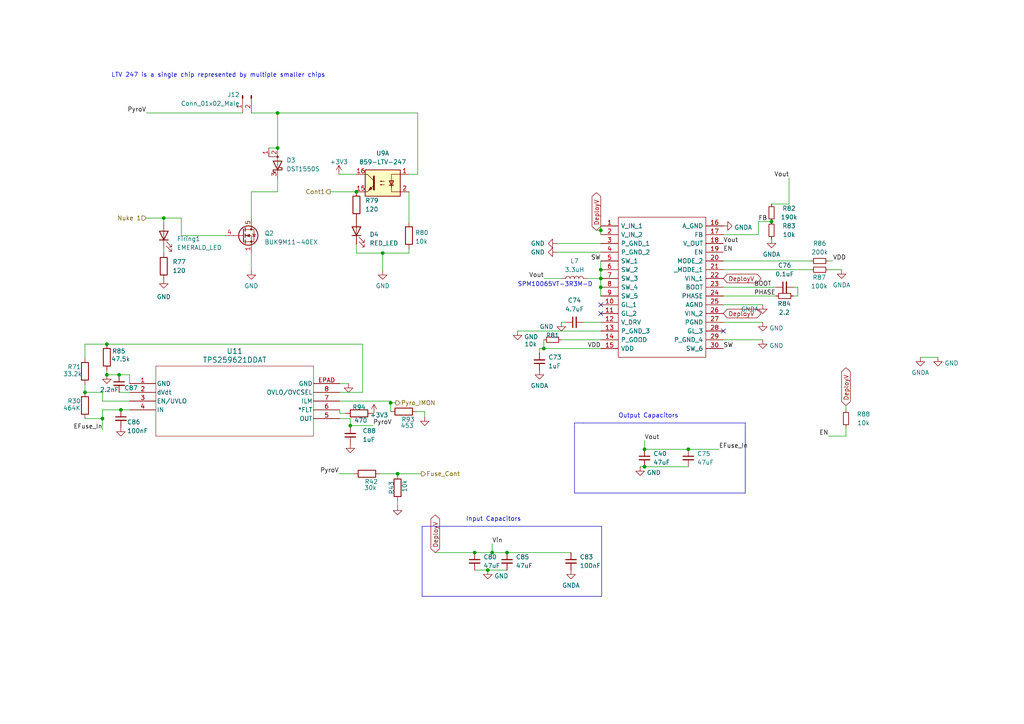
<source format=kicad_sch>
(kicad_sch (version 20231120) (generator "eeschema") (generator_version "8.0")
  (paper "A4")
  (lib_symbols
    (symbol "Connector:Conn_01x02_Male" (pin_names (offset 1.016) hide)
      (property "Reference" "J" (at 0 2.54 0))
      (property "Value" "Conn_01x02_Male" (at 0 -5.08 0))
      (symbol "Conn_01x02_Male_1_1"
        (polyline (pts (xy 1.27 -2.54) (xy 0.8636 -2.54)) (stroke (width 0.1524)))
        (polyline (pts (xy 1.27 0) (xy 0.8636 0)) (stroke (width 0.1524)))
        (rectangle (start 0.8636 -2.413) (end 0 -2.667) (stroke (width 0.1524)) (fill (type outline)))
        (rectangle (start 0.8636 0.127) (end 0 -0.127) (stroke (width 0.1524)) (fill (type outline)))
        (pin passive line (at 5.08 0 180) (length 3.81) (name "Pin_1") (number "1"))
        (pin passive line (at 5.08 -2.54 180) (length 3.81) (name "Pin_2") (number "2"))
      )
    )
    (symbol "Device:C_Small" (pin_numbers hide) (pin_names (offset 0.254) hide)
      (property "Reference" "C" (at 0.254 1.778 0))
      (property "Value" "C_Small" (at 0.254 -2.032 0))
      (symbol "C_Small_0_1"
        (polyline (pts (xy -1.524 -0.508) (xy 1.524 -0.508)) (stroke (width 0.3302)))
        (polyline (pts (xy -1.524 0.508) (xy 1.524 0.508)) (stroke (width 0.3048)))
      )
      (symbol "C_Small_1_1"
        (pin passive line (at 0 2.54 270) (length 2.032) (name "~") (number "1"))
        (pin passive line (at 0 -2.54 90) (length 2.032) (name "~") (number "2"))
      )
    )
    (symbol "Device:D_Schottky_AAK" (pin_names (offset 0) hide)
      (property "Reference" "D" (at 0 2.54 0))
      (property "Value" "D_Schottky_AAK" (at 0 -2.54 0))
      (symbol "D_Schottky_AAK_0_1"
        (polyline (pts (xy 1.27 1.27) (xy 1.27 -1.27) (xy -1.27 0) (xy 1.27 1.27)) (stroke (width 0.254)))
        (polyline (pts (xy 3.81 2.54) (xy 2.54 2.54) (xy 2.54 0) (xy -1.27 0)))
        (polyline (pts (xy -1.905 0.635) (xy -1.905 1.27) (xy -1.27 1.27) (xy -1.27 -1.27) (xy -0.635 -1.27) (xy -0.635 -0.635)) (stroke (width 0.254)))
        (circle (center 2.54 0) (radius 0.254) (fill (type outline)))
      )
      (symbol "D_Schottky_AAK_1_1"
        (pin passive line (at 5.08 2.54 180) (length 2.54) (name "A") (number "1"))
        (pin passive line (at 5.08 0 180) (length 2.54) (name "A") (number "2"))
        (pin passive line (at -3.81 0 0) (length 2.54) (name "K") (number "3"))
      )
    )
    (symbol "Device:L" (pin_numbers hide) (pin_names (offset 1.016) hide)
      (property "Reference" "L" (at -1.27 0 90))
      (property "Value" "L" (at 1.905 0 90))
      (symbol "L_0_1"
        (arc (start 0 -2.54) (mid 0.6323 -1.905) (end 0 -1.27))
        (arc (start 0 -1.27) (mid 0.6323 -0.635) (end 0 0))
        (arc (start 0 0) (mid 0.6323 0.635) (end 0 1.27))
        (arc (start 0 1.27) (mid 0.6323 1.905) (end 0 2.54))
      )
      (symbol "L_1_1"
        (pin passive line (at 0 3.81 270) (length 1.27) (name "1") (number "1"))
        (pin passive line (at 0 -3.81 90) (length 1.27) (name "2") (number "2"))
      )
    )
    (symbol "Device:LED" (pin_numbers hide) (pin_names (offset 1.016) hide)
      (property "Reference" "D" (at 0 2.54 0))
      (property "Value" "LED" (at 0 -2.54 0))
      (symbol "LED_0_1"
        (polyline (pts (xy -1.27 -1.27) (xy -1.27 1.27)) (stroke (width 0.254)))
        (polyline (pts (xy -1.27 0) (xy 1.27 0)))
        (polyline (pts (xy 1.27 -1.27) (xy 1.27 1.27) (xy -1.27 0) (xy 1.27 -1.27)) (stroke (width 0.254)))
        (polyline (pts (xy -3.048 -0.762) (xy -4.572 -2.286) (xy -3.81 -2.286) (xy -4.572 -2.286) (xy -4.572 -1.524)))
        (polyline (pts (xy -1.778 -0.762) (xy -3.302 -2.286) (xy -2.54 -2.286) (xy -3.302 -2.286) (xy -3.302 -1.524)))
      )
      (symbol "LED_1_1"
        (pin passive line (at -3.81 0 0) (length 2.54) (name "K") (number "1"))
        (pin passive line (at 3.81 0 180) (length 2.54) (name "A") (number "2"))
      )
    )
    (symbol "Device:R" (pin_numbers hide) (pin_names (offset 0))
      (property "Reference" "R" (at 2.032 0 90))
      (property "Value" "R" (at 0 0 90))
      (symbol "R_0_1"
        (rectangle (start -1.016 -2.54) (end 1.016 2.54) (stroke (width 0.254)))
      )
      (symbol "R_1_1"
        (pin passive line (at 0 3.81 270) (length 1.27) (name "~") (number "1"))
        (pin passive line (at 0 -3.81 90) (length 1.27) (name "~") (number "2"))
      )
    )
    (symbol "Device:R_Small" (pin_numbers hide) (pin_names (offset 0.254) hide)
      (property "Reference" "R" (at 0.762 0.508 0))
      (property "Value" "R_Small" (at 0.762 -1.016 0))
      (symbol "R_Small_0_1"
        (rectangle (start -0.762 1.778) (end 0.762 -1.778) (stroke (width 0.2032)))
      )
      (symbol "R_Small_1_1"
        (pin passive line (at 0 2.54 270) (length 0.762) (name "~") (number "1"))
        (pin passive line (at 0 -2.54 90) (length 0.762) (name "~") (number "2"))
      )
    )
    (symbol "EFuse:TPS259621DDAT" (pin_names (offset 0.254))
      (property "Reference" "U" (at 30.48 10.16 0))
      (property "Value" "TPS259621DDAT" (at 30.48 7.62 0))
      (symbol "TPS259621DDAT_0_1"
        (polyline (pts (xy 7.62 -15.24) (xy 53.34 -15.24)) (stroke (width 0.127)))
        (polyline (pts (xy 7.62 5.08) (xy 7.62 -15.24)) (stroke (width 0.127)))
        (polyline (pts (xy 53.34 -15.24) (xy 53.34 5.08)) (stroke (width 0.127)))
        (polyline (pts (xy 53.34 5.08) (xy 7.62 5.08)) (stroke (width 0.127)))
        (pin power_out line (at 0 0 0) (length 7.62) (name "GND") (number "1"))
        (pin output line (at 0 -2.54 0) (length 7.62) (name "dVdt") (number "2"))
        (pin input line (at 0 -5.08 0) (length 7.62) (name "EN/UVLO") (number "3"))
        (pin power_in line (at 0 -7.62 0) (length 7.62) (name "IN") (number "4"))
        (pin output line (at 60.96 -10.16 180) (length 7.62) (name "OUT") (number "5"))
        (pin output line (at 60.96 -7.62 180) (length 7.62) (name "*FLT") (number "6"))
        (pin output line (at 60.96 -5.08 180) (length 7.62) (name "ILM") (number "7"))
        (pin input line (at 60.96 -2.54 180) (length 7.62) (name "OVLO/OVCSEL") (number "8"))
        (pin power_out line (at 60.96 0 180) (length 7.62) (name "GND") (number "EPAD"))
      )
    )
    (symbol "Isolator:LTV-247"
      (property "Reference" "U" (at -5.08 5.08 0))
      (property "Value" "LTV-247" (at 0 5.08 0))
      (symbol "LTV-247_0_1"
        (rectangle (start -5.08 3.81) (end 5.08 -3.81) (stroke (width 0.254)) (fill (type background)))
        (polyline (pts (xy -3.175 -0.635) (xy -1.905 -0.635)) (stroke (width 0.254)))
        (polyline (pts (xy 2.54 0.635) (xy 4.445 2.54)))
        (polyline (pts (xy 4.445 -2.54) (xy 2.54 -0.635)) (fill (type outline)))
        (polyline (pts (xy 4.445 -2.54) (xy 5.08 -2.54)))
        (polyline (pts (xy 4.445 2.54) (xy 5.08 2.54)))
        (polyline (pts (xy -2.54 -0.635) (xy -2.54 -2.54) (xy -5.08 -2.54)))
        (polyline (pts (xy 2.54 1.905) (xy 2.54 -1.905) (xy 2.54 -1.905)) (stroke (width 0.508)))
        (polyline (pts (xy -5.08 2.54) (xy -2.54 2.54) (xy -2.54 -1.27) (xy -2.54 0.635)))
        (polyline (pts (xy -2.54 -0.635) (xy -3.175 0.635) (xy -1.905 0.635) (xy -2.54 -0.635)) (stroke (width 0.254)))
        (polyline (pts (xy -0.508 -0.508) (xy 0.762 -0.508) (xy 0.381 -0.635) (xy 0.381 -0.381) (xy 0.762 -0.508)))
        (polyline (pts (xy -0.508 0.508) (xy 0.762 0.508) (xy 0.381 0.381) (xy 0.381 0.635) (xy 0.762 0.508)))
        (polyline (pts (xy 3.048 -1.651) (xy 3.556 -1.143) (xy 4.064 -2.159) (xy 3.048 -1.651) (xy 3.048 -1.651)) (fill (type outline)))
      )
      (symbol "LTV-247_1_1"
        (pin passive line (at -7.62 2.54 0) (length 2.54) (name "~") (number "1"))
        (pin passive line (at 7.62 -2.54 180) (length 2.54) (name "~") (number "15"))
        (pin passive line (at 7.62 2.54 180) (length 2.54) (name "~") (number "16"))
        (pin passive line (at -7.62 -2.54 0) (length 2.54) (name "~") (number "2"))
      )
      (symbol "LTV-247_2_1"
        (pin passive line (at 7.62 -2.54 180) (length 2.54) (name "~") (number "13"))
        (pin passive line (at 7.62 2.54 180) (length 2.54) (name "~") (number "14"))
        (pin passive line (at -7.62 2.54 0) (length 2.54) (name "~") (number "3"))
        (pin passive line (at -7.62 -2.54 0) (length 2.54) (name "~") (number "4"))
      )
      (symbol "LTV-247_3_1"
        (pin passive line (at 7.62 -2.54 180) (length 2.54) (name "~") (number "11"))
        (pin passive line (at 7.62 2.54 180) (length 2.54) (name "~") (number "12"))
        (pin passive line (at -7.62 2.54 0) (length 2.54) (name "~") (number "5"))
        (pin passive line (at -7.62 -2.54 0) (length 2.54) (name "~") (number "6"))
      )
      (symbol "LTV-247_4_1"
        (pin passive line (at 7.62 2.54 180) (length 2.54) (name "~") (number "10"))
        (pin passive line (at -7.62 2.54 0) (length 2.54) (name "~") (number "7"))
        (pin passive line (at -7.62 -2.54 0) (length 2.54) (name "~") (number "8"))
        (pin passive line (at 7.62 -2.54 180) (length 2.54) (name "~") (number "9"))
      )
    )
    (symbol "Transistor_FET:BUK9M11-40EX" (pin_names hide)
      (property "Reference" "Q" (at 5.08 1.905 0))
      (property "Value" "BUK9M11-40EX" (at 5.08 0 0))
      (symbol "BUK9M11-40EX_0_1"
        (polyline (pts (xy 0.254 0) (xy -2.54 0)))
        (polyline (pts (xy 0.254 1.905) (xy 0.254 -1.905)) (stroke (width 0.254)))
        (polyline (pts (xy 0.762 -1.27) (xy 0.762 -2.286)) (stroke (width 0.254)))
        (polyline (pts (xy 0.762 0.508) (xy 0.762 -0.508)) (stroke (width 0.254)))
        (polyline (pts (xy 0.762 2.286) (xy 0.762 1.27)) (stroke (width 0.254)))
        (polyline (pts (xy 2.54 2.54) (xy 2.54 1.778)))
        (polyline (pts (xy 2.54 -2.54) (xy 2.54 0) (xy 0.762 0)))
        (polyline (pts (xy 0.762 -1.778) (xy 3.302 -1.778) (xy 3.302 1.778) (xy 0.762 1.778)))
        (polyline (pts (xy 1.016 0) (xy 2.032 0.381) (xy 2.032 -0.381) (xy 1.016 0)) (fill (type outline)))
        (polyline (pts (xy 2.794 0.508) (xy 2.921 0.381) (xy 3.683 0.381) (xy 3.81 0.254)))
        (polyline (pts (xy 3.302 0.381) (xy 2.921 -0.254) (xy 3.683 -0.254) (xy 3.302 0.381)))
        (circle (center 1.651 0) (radius 2.794) (stroke (width 0.254)))
        (circle (center 2.54 -1.778) (radius 0.254) (fill (type outline)))
        (circle (center 2.54 1.778) (radius 0.254) (fill (type outline)))
      )
      (symbol "BUK9M11-40EX_1_1"
        (pin passive line (at 2.54 -5.08 90) (length 2.54) (name "S") (number "1"))
        (pin passive line (at 2.54 -5.08 90) (length 2.54) hide (name "S") (number "2"))
        (pin passive line (at 2.54 -5.08 90) (length 2.54) hide (name "S") (number "3"))
        (pin passive line (at -5.08 0 0) (length 2.54) (name "G") (number "4"))
        (pin passive line (at 2.54 5.08 270) (length 2.54) (name "D") (number "5"))
      )
    )
    (symbol "iclr:SiC437BED-T1-GE3" (pin_names (offset 0.762))
      (property "Reference" "IC" (at 31.75 7.62 0))
      (property "Value" "SiC437BED-T1-GE3" (at 31.75 5.08 0))
      (symbol "SiC437BED-T1-GE3_0_0"
        (pin passive line (at 0 0 0) (length 5.08) (name "V_IN_1") (number "1"))
        (pin passive line (at 0 -22.86 0) (length 5.08) (name "GL_1") (number "10"))
        (pin passive line (at 0 -25.4 0) (length 5.08) (name "GL_2") (number "11"))
        (pin passive line (at 0 -27.94 0) (length 5.08) (name "V_DRV") (number "12"))
        (pin passive line (at 0 -30.48 0) (length 5.08) (name "P_GND_3") (number "13"))
        (pin passive line (at 0 -33.02 0) (length 5.08) (name "P_GOOD") (number "14"))
        (pin passive line (at 0 -35.56 0) (length 5.08) (name "VDD") (number "15"))
        (pin passive line (at 35.56 0 180) (length 5.08) (name "A_GND") (number "16"))
        (pin passive line (at 35.56 -2.54 180) (length 5.08) (name "FB") (number "17"))
        (pin passive line (at 35.56 -5.08 180) (length 5.08) (name "V_OUT") (number "18"))
        (pin passive line (at 35.56 -7.62 180) (length 5.08) (name "EN") (number "19"))
        (pin passive line (at 0 -2.54 0) (length 5.08) (name "V_IN_2") (number "2"))
        (pin passive line (at 35.56 -10.16 180) (length 5.08) (name "MODE_2") (number "20"))
        (pin passive line (at 35.56 -12.7 180) (length 5.08) (name "_MODE_1") (number "21"))
        (pin passive line (at 35.56 -15.24 180) (length 5.08) (name "VIN_1") (number "22"))
        (pin passive line (at 35.56 -17.78 180) (length 5.08) (name "BOOT") (number "23"))
        (pin passive line (at 35.56 -20.32 180) (length 5.08) (name "PHASE") (number "24"))
        (pin passive line (at 35.56 -22.86 180) (length 5.08) (name "AGND") (number "25"))
        (pin passive line (at 35.56 -25.4 180) (length 5.08) (name "VIN_2") (number "26"))
        (pin passive line (at 35.56 -27.94 180) (length 5.08) (name "PGND") (number "27"))
        (pin passive line (at 35.56 -30.48 180) (length 5.08) (name "GL_3") (number "28"))
        (pin passive line (at 35.56 -33.02 180) (length 5.08) (name "P_GND_4") (number "29"))
        (pin passive line (at 0 -5.08 0) (length 5.08) (name "P_GND_1") (number "3"))
        (pin passive line (at 35.56 -35.56 180) (length 5.08) (name "SW_6") (number "30"))
        (pin passive line (at 0 -7.62 0) (length 5.08) (name "P_GND_2") (number "4"))
        (pin passive line (at 0 -10.16 0) (length 5.08) (name "SW_1") (number "5"))
        (pin passive line (at 0 -12.7 0) (length 5.08) (name "SW_2") (number "6"))
        (pin passive line (at 0 -15.24 0) (length 5.08) (name "SW_3") (number "7"))
        (pin passive line (at 0 -17.78 0) (length 5.08) (name "SW_4") (number "8"))
        (pin passive line (at 0 -20.32 0) (length 5.08) (name "SW_5") (number "9"))
      )
      (symbol "SiC437BED-T1-GE3_0_1"
        (polyline (pts (xy 5.08 2.54) (xy 30.48 2.54) (xy 30.48 -38.1) (xy 5.08 -38.1) (xy 5.08 2.54)) (stroke (width 0.1524)))
      )
    )
    (symbol "power:+3.3V" (power) (pin_names (offset 0))
      (property "Value" "+3.3V" (at 0 3.556 0))
      (symbol "+3.3V_0_1"
        (polyline (pts (xy -0.762 1.27) (xy 0 2.54)))
        (polyline (pts (xy 0 0) (xy 0 2.54)))
        (polyline (pts (xy 0 2.54) (xy 0.762 1.27)))
      )
      (symbol "+3.3V_1_1"
        (pin power_in line (at 0 0 90) (length 0) hide (name "+3V3") (number "1"))
      )
    )
    (symbol "power:+3V3" (power) (pin_names (offset 0))
      (property "Value" "+3V3" (at 0 3.556 0))
      (symbol "+3V3_0_1"
        (polyline (pts (xy -0.762 1.27) (xy 0 2.54)))
        (polyline (pts (xy 0 0) (xy 0 2.54)))
        (polyline (pts (xy 0 2.54) (xy 0.762 1.27)))
      )
      (symbol "+3V3_1_1"
        (pin power_in line (at 0 0 90) (length 0) hide (name "+3V3") (number "1"))
      )
    )
    (symbol "power:GND" (power) (pin_names (offset 0))
      (property "Value" "GND" (at 0 -3.81 0))
      (symbol "GND_0_1"
        (polyline (pts (xy 0 0) (xy 0 -1.27) (xy 1.27 -1.27) (xy 0 -2.54) (xy -1.27 -1.27) (xy 0 -1.27)))
      )
      (symbol "GND_1_1"
        (pin power_in line (at 0 0 270) (length 0) hide (name "GND") (number "1"))
      )
    )
    (symbol "power:GNDA" (power) (pin_names (offset 0))
      (property "Value" "GNDA" (at 0 -3.81 0))
      (symbol "GNDA_0_1"
        (polyline (pts (xy 0 0) (xy 0 -1.27) (xy 1.27 -1.27) (xy 0 -2.54) (xy -1.27 -1.27) (xy 0 -1.27)))
      )
      (symbol "GNDA_1_1"
        (pin power_in line (at 0 0 270) (length 0) hide (name "GNDA") (number "1"))
      )
    )
  )
  (junction (at 30.988 99.822))
  (junction (at 147.066 160.274))
  (junction (at 223.774 64.262))
  (junction (at 29.718 121.412))
  (junction (at 103.378 55.626))
  (junction (at 186.944 130.302))
  (junction (at 80.518 42.926))
  (junction (at 113.284 116.84))
  (junction (at 30.988 108.712))
  (junction (at 141.478 165.354))
  (junction (at 34.544 108.712))
  (junction (at 24.638 113.792))
  (junction (at 157.734 101.092))
  (junction (at 142.748 160.274))
  (junction (at 35.052 118.872))
  (junction (at 174.244 83.312))
  (junction (at 174.244 66.802))
  (junction (at 174.244 80.772))
  (junction (at 174.244 78.232))
  (junction (at 80.518 32.766))
  (junction (at 115.316 137.414))
  (junction (at 47.498 63.246))
  (junction (at 199.644 130.302))
  (junction (at 137.668 160.274))
  (junction (at 110.998 73.406))
  (junction (at 101.6 123.444))
  (junction (at 186.944 135.382))
  (no_connect (at 174.244 90.932))
  (no_connect (at 174.244 88.392))
  (no_connect (at 209.804 96.012))
  (wire (pts (xy 52.578 68.326) (xy 65.278 68.326)))
  (wire (pts (xy 156.464 101.092) (xy 156.464 102.362)))
  (wire (pts (xy 121.158 50.546) (xy 118.618 50.546)))
  (wire (pts (xy 115.316 137.414) (xy 122.174 137.414)))
  (wire (pts (xy 186.944 130.302) (xy 199.644 130.302)))
  (wire (pts (xy 228.854 51.562) (xy 228.854 59.182)))
  (wire (pts (xy 105.156 113.792) (xy 105.156 99.822)))
  (polyline (pts (xy 174.498 152.654) (xy 174.498 172.974)))
  (wire (pts (xy 174.244 83.312) (xy 174.244 85.852)))
  (wire (pts (xy 52.578 63.246) (xy 52.578 68.326)))
  (wire (pts (xy 185.674 135.382) (xy 186.944 135.382)))
  (wire (pts (xy 101.6 121.412) (xy 101.6 123.444)))
  (wire (pts (xy 141.478 165.354) (xy 147.066 165.354)))
  (wire (pts (xy 80.518 32.766) (xy 121.158 32.766)))
  (wire (pts (xy 98.298 50.546) (xy 103.378 50.546)))
  (wire (pts (xy 169.164 93.472) (xy 174.244 93.472)))
  (wire (pts (xy 98.552 113.792) (xy 105.156 113.792)))
  (wire (pts (xy 100.33 119.888) (xy 98.552 119.888)))
  (wire (pts (xy 107.95 119.888) (xy 108.458 119.888)))
  (wire (pts (xy 29.718 121.412) (xy 24.638 121.412)))
  (polyline (pts (xy 166.624 122.682) (xy 169.164 122.682)))
  (wire (pts (xy 47.498 63.246) (xy 52.578 63.246)))
  (wire (pts (xy 47.498 72.136) (xy 47.498 73.406)))
  (wire (pts (xy 29.718 116.332) (xy 29.718 113.792)))
  (wire (pts (xy 72.898 73.406) (xy 72.898 78.486)))
  (wire (pts (xy 72.898 55.626) (xy 72.898 63.246)))
  (wire (pts (xy 30.988 99.822) (xy 105.156 99.822)))
  (wire (pts (xy 219.964 64.262) (xy 223.774 64.262)))
  (wire (pts (xy 209.804 68.072) (xy 219.964 68.072)))
  (wire (pts (xy 161.544 73.152) (xy 174.244 73.152)))
  (wire (pts (xy 245.364 123.952) (xy 245.364 126.492)))
  (wire (pts (xy 231.394 83.312) (xy 231.394 85.852)))
  (wire (pts (xy 118.618 72.136) (xy 118.618 73.406)))
  (wire (pts (xy 113.284 119.38) (xy 113.284 116.84)))
  (wire (pts (xy 150.114 96.012) (xy 174.244 96.012)))
  (wire (pts (xy 157.734 101.092) (xy 156.464 101.092)))
  (wire (pts (xy 228.854 59.182) (xy 223.774 59.182)))
  (wire (pts (xy 126.238 160.274) (xy 137.668 160.274)))
  (polyline (pts (xy 166.624 143.002) (xy 166.624 122.682)))
  (wire (pts (xy 120.904 119.38) (xy 123.19 119.38)))
  (wire (pts (xy 221.234 98.552) (xy 209.804 98.552)))
  (wire (pts (xy 114.808 116.84) (xy 113.284 116.84)))
  (wire (pts (xy 103.378 73.406) (xy 110.998 73.406)))
  (wire (pts (xy 72.898 32.766) (xy 80.518 32.766)))
  (wire (pts (xy 172.974 66.802) (xy 174.244 66.802)))
  (wire (pts (xy 35.052 118.872) (xy 37.592 118.872)))
  (wire (pts (xy 42.418 32.766) (xy 70.358 32.766)))
  (wire (pts (xy 161.544 70.612) (xy 174.244 70.612)))
  (wire (pts (xy 231.394 85.852) (xy 230.124 85.852)))
  (wire (pts (xy 113.284 116.332) (xy 113.284 116.84)))
  (wire (pts (xy 221.234 93.472) (xy 209.804 93.472)))
  (wire (pts (xy 80.518 32.766) (xy 80.518 42.926)))
  (wire (pts (xy 219.964 64.262) (xy 219.964 68.072)))
  (wire (pts (xy 240.284 75.692) (xy 241.554 75.692)))
  (wire (pts (xy 34.544 113.792) (xy 37.592 113.792)))
  (polyline (pts (xy 124.968 152.654) (xy 174.498 152.654)))
  (polyline (pts (xy 174.498 172.974) (xy 122.428 172.974)))
  (wire (pts (xy 231.394 83.312) (xy 230.124 83.312)))
  (wire (pts (xy 30.988 108.712) (xy 34.544 108.712)))
  (wire (pts (xy 142.748 157.734) (xy 142.748 160.274)))
  (wire (pts (xy 101.6 123.444) (xy 101.6 123.698)))
  (wire (pts (xy 24.638 111.506) (xy 24.638 113.792)))
  (wire (pts (xy 157.734 80.772) (xy 162.814 80.772)))
  (wire (pts (xy 42.418 63.246) (xy 47.498 63.246)))
  (polyline (pts (xy 216.154 122.682) (xy 216.154 143.002)))
  (wire (pts (xy 221.234 88.392) (xy 209.804 88.392)))
  (wire (pts (xy 235.204 78.232) (xy 209.804 78.232)))
  (wire (pts (xy 209.804 85.852) (xy 225.044 85.852)))
  (wire (pts (xy 98.552 121.412) (xy 101.6 121.412)))
  (wire (pts (xy 174.244 78.232) (xy 174.244 80.772)))
  (wire (pts (xy 77.978 42.926) (xy 80.518 42.926)))
  (wire (pts (xy 157.734 98.552) (xy 157.734 101.092)))
  (wire (pts (xy 174.244 66.802) (xy 174.244 68.072)))
  (wire (pts (xy 137.668 160.274) (xy 142.748 160.274)))
  (wire (pts (xy 47.498 63.246) (xy 47.498 64.516)))
  (wire (pts (xy 157.734 101.092) (xy 174.244 101.092)))
  (wire (pts (xy 199.644 130.302) (xy 208.534 130.302)))
  (wire (pts (xy 245.364 118.872) (xy 245.364 117.602)))
  (wire (pts (xy 174.244 65.532) (xy 174.244 66.802)))
  (wire (pts (xy 186.944 135.382) (xy 199.644 135.382)))
  (wire (pts (xy 240.284 78.232) (xy 244.094 78.232)))
  (wire (pts (xy 29.718 118.872) (xy 35.052 118.872)))
  (wire (pts (xy 209.804 83.312) (xy 225.044 83.312)))
  (wire (pts (xy 162.814 93.472) (xy 164.084 93.472)))
  (wire (pts (xy 29.718 113.792) (xy 24.638 113.792)))
  (wire (pts (xy 110.998 73.406) (xy 110.998 78.486)))
  (wire (pts (xy 235.204 75.692) (xy 209.804 75.692)))
  (polyline (pts (xy 122.428 152.654) (xy 124.968 152.654)))
  (wire (pts (xy 37.592 111.252) (xy 37.592 108.712)))
  (wire (pts (xy 240.284 126.492) (xy 245.364 126.492)))
  (wire (pts (xy 121.158 32.766) (xy 121.158 50.546)))
  (wire (pts (xy 29.718 118.872) (xy 29.718 121.412)))
  (wire (pts (xy 103.378 70.866) (xy 103.378 73.406)))
  (wire (pts (xy 98.298 137.414) (xy 102.616 137.414)))
  (wire (pts (xy 30.988 107.442) (xy 30.988 108.712)))
  (wire (pts (xy 115.316 137.414) (xy 115.316 137.668)))
  (polyline (pts (xy 169.164 122.682) (xy 216.154 122.682)))
  (wire (pts (xy 110.998 73.406) (xy 118.618 73.406)))
  (wire (pts (xy 24.638 103.886) (xy 24.638 99.822)))
  (wire (pts (xy 123.19 119.38) (xy 123.19 120.904)))
  (wire (pts (xy 162.814 98.552) (xy 174.244 98.552)))
  (wire (pts (xy 101.6 123.444) (xy 108.204 123.444)))
  (wire (pts (xy 98.552 119.888) (xy 98.552 118.872)))
  (wire (pts (xy 115.316 145.288) (xy 115.316 146.812)))
  (polyline (pts (xy 216.154 143.002) (xy 166.624 143.002)))
  (wire (pts (xy 118.618 55.626) (xy 118.618 64.516)))
  (wire (pts (xy 37.592 108.712) (xy 34.544 108.712)))
  (wire (pts (xy 80.518 51.816) (xy 80.518 55.626)))
  (polyline (pts (xy 122.428 172.974) (xy 122.428 152.654)))
  (wire (pts (xy 142.748 160.274) (xy 147.066 160.274)))
  (wire (pts (xy 266.954 103.632) (xy 272.034 103.632)))
  (wire (pts (xy 147.066 160.274) (xy 165.608 160.274)))
  (wire (pts (xy 98.552 111.252) (xy 101.092 111.252)))
  (wire (pts (xy 98.552 116.332) (xy 113.284 116.332)))
  (wire (pts (xy 29.718 116.332) (xy 37.592 116.332)))
  (wire (pts (xy 174.244 75.692) (xy 174.244 78.232)))
  (wire (pts (xy 170.434 80.772) (xy 174.244 80.772)))
  (wire (pts (xy 186.944 127.762) (xy 186.944 130.302)))
  (wire (pts (xy 29.718 121.412) (xy 29.718 124.714)))
  (wire (pts (xy 72.898 55.626) (xy 80.518 55.626)))
  (wire (pts (xy 110.236 137.414) (xy 115.316 137.414)))
  (wire (pts (xy 174.244 80.772) (xy 174.244 83.312)))
  (wire (pts (xy 95.758 55.626) (xy 103.378 55.626)))
  (wire (pts (xy 24.638 99.822) (xy 30.988 99.822)))
  (wire (pts (xy 137.668 165.354) (xy 141.478 165.354)))
  (text "SPM10065VT-3R3M-D" (at 150.114 83.312 0) (effects (font (size 1.27 1.27)) (justify left bottom)))
  (text "LTV 247 is a single chip represented by multiple smaller chips" (at 32.258 22.606 0) (effects (font (size 1.27 1.27)) (justify left bottom)))
  (text "Input Capacitors\n" (at 135.128 151.384 0) (effects (font (size 1.27 1.27)) (justify left bottom)))
  (text "Output Capacitors\n" (at 179.324 121.412 0) (effects (font (size 1.27 1.27)) (justify left bottom)))
  (label "EN" (at 240.284 126.492 180))
  (label "FB" (at 219.964 64.262 0))
  (label "Vout" (at 228.854 51.562 180))
  (label "Vout" (at 186.944 127.762 0))
  (label "BOOT" (at 223.774 83.312 180))
  (label "EN" (at 209.804 73.152 0))
  (label "PyroV" (at 108.204 123.444 0))
  (label "PyroV" (at 98.298 137.414 180))
  (label "VDD" (at 241.554 75.692 0))
  (label "Vin" (at 142.748 157.734 0))
  (label "EFuse_In" (at 208.534 130.302 0))
  (label "EFuse_In" (at 29.718 124.714 180))
  (label "VDD" (at 174.244 101.092 180))
  (label "SW" (at 209.804 101.092 0))
  (label "PHASE" (at 218.694 85.852 0))
  (label "PyroV" (at 42.418 32.766 180))
  (label "Vout" (at 157.734 80.772 180))
  (label "Vout" (at 209.804 70.612 0))
  (label "SW" (at 174.244 75.692 180))
  (global_label "DeployV" (shape bidirectional) (at 245.364 117.602 90) (property "Intersheetrefs" "${INTERSHEET_REFS}" (effects (hide yes))))
  (global_label "DeployV" (shape bidirectional) (at 209.804 90.932 0) (property "Intersheetrefs" "${INTERSHEET_REFS}" (effects (hide yes))))
  (global_label "DeployV" (shape bidirectional) (at 209.804 80.772 0) (property "Intersheetrefs" "${INTERSHEET_REFS}" (effects (hide yes))))
  (global_label "DeployV" (shape bidirectional) (at 126.238 160.274 90) (property "Intersheetrefs" "${INTERSHEET_REFS}" (effects (hide yes))))
  (global_label "DeployV" (shape bidirectional) (at 172.974 66.802 90) (property "Intersheetrefs" "${INTERSHEET_REFS}" (effects (hide yes))))
  (hierarchical_label "Pyro_IMON" (shape output) (at 114.808 116.84 0))
  (hierarchical_label "Cont1" (shape output) (at 95.758 55.626 180))
  (hierarchical_label "Fuse_Cont" (shape output) (at 122.174 137.414 0))
  (hierarchical_label "Nuke 1" (shape input) (at 42.418 63.246 180))
  (symbol (lib_id "Connector:Conn_01x02_Male") (at 70.358 27.686 90) (mirror x) (unit 1)
    (property "Reference" "J12" (at 69.5198 27.4863 90) (effects (justify left)))
    (property "Value" "Conn_01x02_Male" (at 69.5198 30.0232 90) (effects (justify left)))
    (property "Footprint" "TerminalBlock_Phoenix:TerminalBlock_Phoenix_PT-1,5-2-3.5-H_1x02_P3.50mm_Horizontal" (effects (hide yes)))
  )
  (symbol (lib_id "power:GND") (at 272.034 103.632 0) (unit 1)
    (property "Reference" "#PWR0167" (effects (hide yes)))
    (property "Value" "GND" (at 273.939 105.3358 0) (effects (justify left)))
  )
  (symbol (lib_id "power:GNDA") (at 221.234 88.392 0) (unit 1)
    (property "Reference" "#PWR0159" (effects (hide yes)))
    (property "Value" "GNDA" (at 214.884 89.662 0) (effects (justify left)))
  )
  (symbol (lib_id "power:GND") (at 30.988 108.712 0) (unit 1)
    (property "Reference" "#PWR075" (effects (hide yes)))
    (property "Value" "GND" (effects (hide yes)))
  )
  (symbol (lib_id "power:GND") (at 141.478 165.354 0) (unit 1)
    (property "Reference" "#PWR0176" (effects (hide yes)))
    (property "Value" "GND" (at 143.383 167.0578 0) (effects (justify left)))
  )
  (symbol (lib_id "Device:R") (at 24.638 117.602 0) (unit 1)
    (property "Reference" "R30" (at 19.558 116.332 0) (effects (justify left)))
    (property "Value" "464K" (at 18.288 118.364 0) (effects (justify left)))
    (property "Footprint" "Resistor_SMD:R_0402_1005Metric" (effects (hide yes)))
  )
  (symbol (lib_id "Device:R_Small") (at 237.744 75.692 90) (unit 1)
    (property "Reference" "R86" (at 237.744 70.612 90))
    (property "Value" "200k" (at 237.744 73.1489 90))
    (property "Footprint" "Resistor_SMD:R_0402_1005Metric" (effects (hide yes)))
  )
  (symbol (lib_id "power:GND") (at 150.114 96.012 0) (unit 1)
    (property "Reference" "#PWR0149" (effects (hide yes)))
    (property "Value" "GND" (at 152.019 97.7158 0) (effects (justify left)))
  )
  (symbol (lib_id "Device:R_Small") (at 160.274 98.552 90) (unit 1)
    (property "Reference" "R81" (at 160.274 97.282 90))
    (property "Value" "10k" (at 153.924 99.8189 90))
    (property "Footprint" "Resistor_SMD:R_0402_1005Metric" (effects (hide yes)))
  )
  (symbol (lib_id "Device:R_Small") (at 223.774 66.802 180) (unit 1)
    (property "Reference" "R83" (at 228.854 65.5351 0))
    (property "Value" "10k" (at 228.854 68.072 0))
    (property "Footprint" "Resistor_SMD:R_0402_1005Metric" (effects (hide yes)))
  )
  (symbol (lib_id "Device:LED") (at 103.378 67.056 90) (unit 1)
    (property "Reference" "D4" (at 107.188 68.0085 90) (effects (justify right)))
    (property "Value" "RED_LED" (at 107.188 70.5485 90) (effects (justify right)))
    (property "Footprint" "LED_SMD:LED_0603_1608Metric" (effects (hide yes)))
  )
  (symbol (lib_id "power:GNDA") (at 165.608 165.354 0) (unit 1)
    (property "Reference" "#PWR0177" (effects (hide yes)))
    (property "Value" "GNDA" (at 165.608 169.7974 0))
  )
  (symbol (lib_id "power:GND") (at 221.234 93.472 0) (unit 1)
    (property "Reference" "#PWR0160" (effects (hide yes)))
    (property "Value" "GND" (at 223.139 95.1758 0) (effects (justify left)))
  )
  (symbol (lib_id "power:GNDA") (at 223.774 69.342 0) (unit 1)
    (property "Reference" "#PWR0162" (effects (hide yes)))
    (property "Value" "GNDA" (at 223.774 73.7854 0))
  )
  (symbol (lib_id "power:GND") (at 185.674 135.382 0) (unit 1)
    (property "Reference" "#PWR0155" (effects (hide yes)))
    (property "Value" "GND" (at 187.579 137.0858 0) (effects (justify left)))
  )
  (symbol (lib_id "Device:C_Small") (at 34.544 111.252 0) (unit 1)
    (property "Reference" "C87" (at 36.068 112.522 0) (effects (justify left)))
    (property "Value" "2.2nF" (at 28.956 113.03 0) (effects (justify left)))
    (property "Footprint" "Capacitor_SMD:C_0402_1005Metric" (effects (hide yes)))
  )
  (symbol (lib_id "power:GNDA") (at 244.094 78.232 0) (unit 1)
    (property "Reference" "#PWR0164" (effects (hide yes)))
    (property "Value" "GNDA" (at 244.094 82.6754 0))
  )
  (symbol (lib_id "Device:R") (at 115.316 141.478 180) (unit 1)
    (property "Reference" "R43" (at 113.538 141.478 90))
    (property "Value" "10k" (at 117.348 140.97 90))
    (property "Footprint" "Resistor_SMD:R_0402_1005Metric" (effects (hide yes)))
  )
  (symbol (lib_id "power:+3.3V") (at 108.458 119.888 0) (unit 1)
    (property "Reference" "#PWR0158" (effects (hide yes)))
    (property "Value" "+3V3" (at 109.982 120.396 0))
  )
  (symbol (lib_id "Device:C_Small") (at 227.584 83.312 90) (unit 1)
    (property "Reference" "C76" (at 227.5903 76.962 90))
    (property "Value" "0.1uF" (at 227.5903 79.502 90))
    (property "Footprint" "Capacitor_SMD:C_0402_1005Metric" (effects (hide yes)))
  )
  (symbol (lib_id "Device:C_Small") (at 35.052 121.412 0) (unit 1)
    (property "Reference" "C86" (at 36.83 122.428 0) (effects (justify left)))
    (property "Value" "100nF" (at 36.83 124.968 0) (effects (justify left)))
    (property "Footprint" "Capacitor_SMD:C_0402_1005Metric" (effects (hide yes)))
  )
  (symbol (lib_id "power:GNDA") (at 209.804 65.532 90) (unit 1)
    (property "Reference" "#PWR0156" (effects (hide yes)))
    (property "Value" "GNDA" (at 212.979 65.9658 90) (effects (justify right)))
  )
  (symbol (lib_id "Device:R") (at 118.618 68.326 0) (unit 1)
    (property "Reference" "R80" (at 120.396 67.4913 0) (effects (justify left)))
    (property "Value" "10k" (at 120.396 70.0282 0) (effects (justify left)))
    (property "Footprint" "Resistor_SMD:R_0603_1608Metric" (effects (hide yes)))
  )
  (symbol (lib_id "Device:LED") (at 47.498 68.326 90) (unit 1)
    (property "Reference" "Firing1" (at 51.308 69.2785 90) (effects (justify right)))
    (property "Value" "EMERALD_LED" (at 51.308 71.8185 90) (effects (justify right)))
    (property "Footprint" "LED_SMD:LED_0402_1005Metric" (effects (hide yes)))
  )
  (symbol (lib_id "Device:C_Small") (at 156.464 104.902 180) (unit 1)
    (property "Reference" "C73" (at 159.004 103.6256 0) (effects (justify right)))
    (property "Value" "1uF" (at 159.004 106.1656 0) (effects (justify right)))
    (property "Footprint" "Capacitor_SMD:C_0402_1005Metric" (effects (hide yes)))
  )
  (symbol (lib_id "power:GND") (at 161.544 70.612 270) (unit 1)
    (property "Reference" "#PWR0151" (effects (hide yes)))
    (property "Value" "GND" (at 153.924 70.612 90) (effects (justify left)))
  )
  (symbol (lib_id "power:GND") (at 115.316 146.812 0) (unit 1)
    (property "Reference" "#PWR096" (effects (hide yes)))
    (property "Value" "GND" (effects (hide yes)))
  )
  (symbol (lib_id "Device:R") (at 117.094 119.38 90) (unit 1)
    (property "Reference" "R93" (at 118.364 121.666 90))
    (property "Value" "453" (at 118.11 123.444 90))
    (property "Footprint" "Resistor_SMD:R_0402_1005Metric" (effects (hide yes)))
  )
  (symbol (lib_id "Device:R_Small") (at 245.364 121.412 180) (unit 1)
    (property "Reference" "R88" (at 250.444 120.1451 0))
    (property "Value" "10k" (at 250.444 122.682 0))
    (property "Footprint" "Resistor_SMD:R_0402_1005Metric" (effects (hide yes)))
  )
  (symbol (lib_id "Device:R") (at 47.498 77.216 0) (unit 1)
    (property "Reference" "R77" (at 50.038 75.9459 0) (effects (justify left)))
    (property "Value" "120" (at 50.038 78.4859 0) (effects (justify left)))
    (property "Footprint" "Resistor_SMD:R_0402_1005Metric" (effects (hide yes)))
  )
  (symbol (lib_id "Device:C_Small") (at 165.608 162.814 0) (unit 1)
    (property "Reference" "C83" (at 168.148 161.5503 0) (effects (justify left)))
    (property "Value" "100nF" (at 168.148 164.0903 0) (effects (justify left)))
    (property "Footprint" "Capacitor_SMD:C_0402_1005Metric" (effects (hide yes)))
  )
  (symbol (lib_id "power:+3V3") (at 98.298 50.546 0) (unit 1)
    (property "Reference" "#PWR0145" (effects (hide yes)))
    (property "Value" "+3V3" (at 98.298 46.9702 0))
  )
  (symbol (lib_id "Device:R") (at 104.14 119.888 90) (unit 1)
    (property "Reference" "R94" (at 104.14 118.11 90))
    (property "Value" "470" (at 104.648 121.92 90))
    (property "Footprint" "Resistor_SMD:R_0402_1005Metric" (effects (hide yes)))
  )
  (symbol (lib_id "Device:D_Schottky_AAK") (at 80.518 48.006 90) (unit 1)
    (property "Reference" "D3" (at 83.058 46.482 90) (effects (justify right)))
    (property "Value" "DST1550S" (at 83.058 49.022 90) (effects (justify right)))
    (property "Footprint" "Package_TO_SOT_SMD:TO-277B" (effects (hide yes)))
  )
  (symbol (lib_id "Device:C_Small") (at 137.668 162.814 0) (unit 1)
    (property "Reference" "C80" (at 140.208 161.5503 0) (effects (justify left)))
    (property "Value" "47uF" (at 140.208 164.0903 0) (effects (justify left)))
    (property "Footprint" "Capacitor_SMD:C_1206_3216Metric" (effects (hide yes)))
  )
  (symbol (lib_id "Device:R") (at 103.378 59.436 0) (unit 1)
    (property "Reference" "R79" (at 105.918 58.1659 0) (effects (justify left)))
    (property "Value" "120" (at 105.918 60.7059 0) (effects (justify left)))
    (property "Footprint" "Resistor_SMD:R_0603_1608Metric" (effects (hide yes)))
  )
  (symbol (lib_id "Device:L") (at 166.624 80.772 90) (unit 1)
    (property "Reference" "L7" (at 166.624 75.692 90))
    (property "Value" "3.3uH" (at 166.624 78.232 90))
    (property "Footprint" "iclr:IND_SRP6540-390M" (effects (hide yes)))
    (property "Datasheet" "  (layer \"F.Cu\")" (effects (hide yes)))
  )
  (symbol (lib_id "power:GND") (at 35.052 123.952 0) (unit 1)
    (property "Reference" "#PWR095" (effects (hide yes)))
    (property "Value" "GND" (effects (hide yes)))
  )
  (symbol (lib_id "Device:C_Small") (at 101.6 126.238 180) (unit 1)
    (property "Reference" "C88" (at 105.156 124.9616 0) (effects (justify right)))
    (property "Value" "1uF" (at 105.156 127.5016 0) (effects (justify right)))
    (property "Footprint" "Capacitor_SMD:C_0603_1608Metric" (effects (hide yes)))
  )
  (symbol (lib_id "EFuse:TPS259621DDAT") (at 37.592 111.252 0) (unit 1)
    (property "Reference" "U11" (at 68.072 101.854 0) (effects (font (size 1.524 1.524))))
    (property "Value" "TPS259621DDAT" (at 68.072 104.394 0) (effects (font (size 1.524 1.524))))
    (property "Footprint" "EFuse:SO-PP-DDA-8_TEX" (effects (hide yes)))
    (property "Datasheet" "https://www.ti.com/lit/ds/symlink/tps2596.pdf?ts=1710588725196&ref_url=https%253A%252F%252Fwww.ti.com%252Fproduct%252FTPS2596" (effects (hide yes)))
  )
  (symbol (lib_id "Device:R") (at 106.426 137.414 90) (unit 1)
    (property "Reference" "R42" (at 107.696 139.7 90))
    (property "Value" "30k" (at 107.442 141.478 90))
    (property "Footprint" "Resistor_SMD:R_0402_1005Metric" (effects (hide yes)))
  )
  (symbol (lib_id "power:GND") (at 101.092 111.252 0) (unit 1)
    (property "Reference" "#PWR094" (effects (hide yes)))
    (property "Value" "GND" (effects (hide yes)))
  )
  (symbol (lib_id "Device:R") (at 30.988 103.632 0) (unit 1)
    (property "Reference" "R85" (at 32.512 101.854 0) (effects (justify left)))
    (property "Value" "47.5k" (at 32.258 104.14 0) (effects (justify left)))
    (property "Footprint" "Resistor_SMD:R_0402_1005Metric" (effects (hide yes)))
  )
  (symbol (lib_id "Device:R_Small") (at 223.774 61.722 180) (unit 1)
    (property "Reference" "R82" (at 228.854 60.452 0))
    (property "Value" "190k" (at 228.854 62.9889 0))
    (property "Footprint" "Resistor_SMD:R_0402_1005Metric" (effects (hide yes)))
  )
  (symbol (lib_id "power:GND") (at 72.898 78.486 0) (unit 1)
    (property "Reference" "#PWR0144" (effects (hide yes)))
    (property "Value" "GND" (at 72.898 82.9294 0))
  )
  (symbol (lib_id "Device:C_Small") (at 166.624 93.472 90) (unit 1)
    (property "Reference" "C74" (at 166.6303 87.122 90))
    (property "Value" "4.7uF" (at 166.6303 89.662 90))
    (property "Footprint" "Capacitor_SMD:C_0402_1005Metric" (effects (hide yes)))
  )
  (symbol (lib_id "power:GND") (at 162.814 93.472 0) (unit 1)
    (property "Reference" "#PWR0153" (effects (hide yes)))
    (property "Value" "GND" (at 156.464 94.742 0) (effects (justify left)))
  )
  (symbol (lib_id "Isolator:LTV-247") (at 110.998 53.086 0) (mirror y) (unit 1)
    (property "Reference" "U9" (at 110.998 44.45 0))
    (property "Value" "859-LTV-247" (at 110.998 46.99 0))
    (property "Footprint" "Package_DIP:SMDIP-4_W9.53mm" (effects (hide yes)))
    (property "Datasheet" "http://optoelectronics.liteon.com/upload/download/DS70-2009-0014/LTV-2X7%20sereis%20Mar17.PDF" (effects (hide yes)))
  )
  (symbol (lib_id "power:GND") (at 123.19 120.904 0) (unit 1)
    (property "Reference" "#PWR0157" (effects (hide yes)))
    (property "Value" "GND" (effects (hide yes)))
  )
  (symbol (lib_id "power:GNDA") (at 156.464 107.442 0) (unit 1)
    (property "Reference" "#PWR0150" (effects (hide yes)))
    (property "Value" "GNDA" (at 156.464 111.8854 0))
  )
  (symbol (lib_id "Device:C_Small") (at 186.944 132.842 0) (unit 1)
    (property "Reference" "C40" (at 189.484 131.5783 0) (effects (justify left)))
    (property "Value" "47uF" (at 189.484 134.1183 0) (effects (justify left)))
    (property "Footprint" "Capacitor_SMD:C_1206_3216Metric" (effects (hide yes)))
  )
  (symbol (lib_id "Device:R") (at 24.638 107.696 0) (unit 1)
    (property "Reference" "R71" (at 19.558 106.426 0) (effects (justify left)))
    (property "Value" "33.2k" (at 18.288 108.458 0) (effects (justify left)))
    (property "Footprint" "Resistor_SMD:R_0402_1005Metric" (effects (hide yes)))
  )
  (symbol (lib_id "power:GNDA") (at 266.954 103.632 0) (mirror y) (unit 1)
    (property "Reference" "#PWR0166" (effects (hide yes)))
    (property "Value" "GNDA" (at 266.954 108.0754 0))
  )
  (symbol (lib_id "Device:C_Small") (at 199.644 132.842 0) (unit 1)
    (property "Reference" "C75" (at 202.184 131.5783 0) (effects (justify left)))
    (property "Value" "47uF" (at 202.184 134.1183 0) (effects (justify left)))
    (property "Footprint" "Capacitor_SMD:C_1206_3216Metric" (effects (hide yes)))
  )
  (symbol (lib_id "power:GND") (at 161.544 73.152 270) (unit 1)
    (property "Reference" "#PWR0152" (effects (hide yes)))
    (property "Value" "GND" (at 153.924 73.152 90) (effects (justify left)))
  )
  (symbol (lib_id "iclr:SiC437BED-T1-GE3") (at 174.244 65.532 0) (unit 1)
    (property "Reference" "U10" (effects (hide yes)))
    (property "Value" "SiC437BED-T1-GE3" (effects (hide yes)))
    (property "Footprint" "iclr:SiC437BEDT1GE3" (effects (hide yes)))
    (property "Datasheet" "https://componentsearchengine.com/Datasheets/1/SiC437BED-T1-GE3.pdf" (effects (hide yes)))
    (property "Description" "Switching Voltage Regulators 3-28V 12A 50uA microBUCK MLP44-24" (effects (hide yes)))
    (property "Height" "0.8" (effects (hide yes)))
    (property "Manufacturer_Name" "Vishay" (effects (hide yes)))
    (property "Manufacturer_Part_Number" "SiC437BED-T1-GE3" (effects (hide yes)))
    (property "Mouser Part Number" "78-SIC437BED-T1-GE3" (effects (hide yes)))
    (property "Mouser Price/Stock" "https://www.mouser.co.uk/ProductDetail/Vishay-Siliconix/SiC437BED-T1-GE3?qs=chTDxNqvsyntp1SKlnHzGA%3D%3D" (effects (hide yes)))
    (property "Arrow Part Number" "SIC437BED-T1-GE3" (effects (hide yes)))
    (property "Arrow Price/Stock" "https://www.arrow.com/en/products/sic437bed-t1-ge3/vishay" (effects (hide yes)))
  )
  (symbol (lib_id "Device:R_Small") (at 237.744 78.232 90) (unit 1)
    (property "Reference" "R87" (at 237.6185 80.464 90))
    (property "Value" "100k" (at 237.6185 83.0009 90))
    (property "Footprint" "Resistor_SMD:R_0402_1005Metric" (effects (hide yes)))
  )
  (symbol (lib_id "Device:C_Small") (at 147.066 162.814 0) (unit 1)
    (property "Reference" "C85" (at 149.606 161.5503 0) (effects (justify left)))
    (property "Value" "47uF" (at 149.606 164.0903 0) (effects (justify left)))
    (property "Footprint" "Capacitor_SMD:C_1206_3216Metric" (effects (hide yes)))
  )
  (symbol (lib_id "power:GND") (at 221.234 98.552 0) (unit 1)
    (property "Reference" "#PWR0161" (effects (hide yes)))
    (property "Value" "GND" (at 223.139 100.2558 0) (effects (justify left)))
  )
  (symbol (lib_id "Device:R_Small") (at 227.584 85.852 90) (unit 1)
    (property "Reference" "R84" (at 227.4585 88.084 90))
    (property "Value" "2.2" (at 227.4585 90.6209 90))
    (property "Footprint" "Resistor_SMD:R_0402_1005Metric" (effects (hide yes)))
  )
  (symbol (lib_id "power:GND") (at 101.6 128.778 0) (unit 1)
    (property "Reference" "#PWR0154" (effects (hide yes)))
    (property "Value" "GND" (effects (hide yes)))
  )
  (symbol (lib_id "power:GND") (at 47.498 81.026 0) (unit 1)
    (property "Reference" "#PWR0143" (effects (hide yes)))
    (property "Value" "GND" (at 47.498 86.106 0))
  )
  (symbol (lib_id "Transistor_FET:BUK9M11-40EX") (at 70.358 68.326 0) (unit 1)
    (property "Reference" "Q2" (at 76.708 67.691 0) (effects (justify left)))
    (property "Value" "BUK9M11-40EX" (at 76.708 70.231 0) (effects (justify left)))
    (property "Footprint" "Package_TO_SOT_SMD:LFPAK33" (effects (hide yes)))
    (property "Datasheet" "https://assets.nexperia.com/documents/data-sheet/BUK9M11-40E.pdf" (effects (hide yes)))
  )
  (symbol (lib_id "power:GND") (at 110.998 78.486 0) (unit 1)
    (property "Reference" "#PWR0148" (effects (hide yes)))
    (property "Value" "GND" (at 110.998 82.9294 0))
  )
)
</source>
